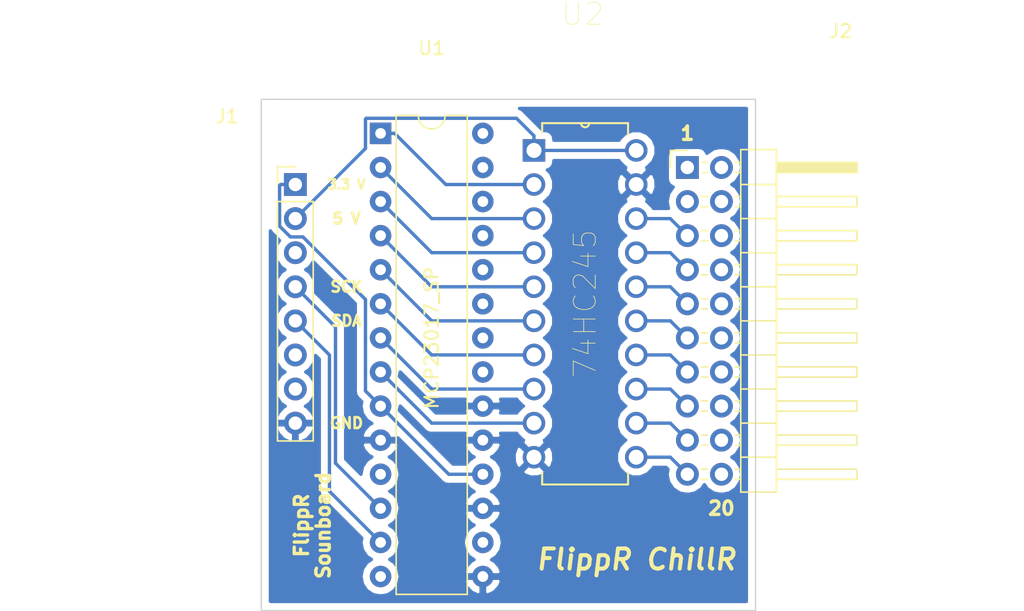
<source format=kicad_pcb>
(kicad_pcb (version 20171130) (host pcbnew 5.0.2-bee76a0~70~ubuntu18.04.1)

  (general
    (thickness 1.6)
    (drawings 15)
    (tracks 59)
    (zones 0)
    (modules 4)
    (nets 47)
  )

  (page A4)
  (layers
    (0 F.Cu signal)
    (31 B.Cu signal)
    (33 F.Adhes user)
    (35 F.Paste user)
    (37 F.SilkS user)
    (39 F.Mask user)
    (40 Dwgs.User user)
    (41 Cmts.User user)
    (42 Eco1.User user)
    (43 Eco2.User user)
    (44 Edge.Cuts user)
    (45 Margin user)
    (46 B.CrtYd user)
    (47 F.CrtYd user)
    (49 F.Fab user)
  )

  (setup
    (last_trace_width 0.25)
    (trace_clearance 0.2)
    (zone_clearance 0.508)
    (zone_45_only no)
    (trace_min 0.2)
    (segment_width 0.2)
    (edge_width 0.1)
    (via_size 0.8)
    (via_drill 0.4)
    (via_min_size 0.4)
    (via_min_drill 0.3)
    (uvia_size 0.3)
    (uvia_drill 0.1)
    (uvias_allowed no)
    (uvia_min_size 0.2)
    (uvia_min_drill 0.1)
    (pcb_text_width 0.3)
    (pcb_text_size 1.5 1.5)
    (mod_edge_width 0.15)
    (mod_text_size 1 1)
    (mod_text_width 0.15)
    (pad_size 1.5 1.5)
    (pad_drill 0.6)
    (pad_to_mask_clearance 0)
    (solder_mask_min_width 0.25)
    (aux_axis_origin 0 0)
    (visible_elements FFFFFF7F)
    (pcbplotparams
      (layerselection 0x010fc_ffffffff)
      (usegerberextensions false)
      (usegerberattributes false)
      (usegerberadvancedattributes false)
      (creategerberjobfile false)
      (excludeedgelayer true)
      (linewidth 0.100000)
      (plotframeref false)
      (viasonmask false)
      (mode 1)
      (useauxorigin false)
      (hpglpennumber 1)
      (hpglpenspeed 20)
      (hpglpendiameter 15.000000)
      (psnegative false)
      (psa4output false)
      (plotreference true)
      (plotvalue true)
      (plotinvisibletext false)
      (padsonsilk false)
      (subtractmaskfromsilk false)
      (outputformat 1)
      (mirror false)
      (drillshape 1)
      (scaleselection 1)
      (outputdirectory ""))
  )

  (net 0 "")
  (net 1 "Net-(U1-Pad1)")
  (net 2 GND)
  (net 3 "Net-(U1-Pad2)")
  (net 4 +3V3)
  (net 5 "Net-(U1-Pad3)")
  (net 6 "Net-(U1-Pad4)")
  (net 7 "Net-(U1-Pad5)")
  (net 8 "Net-(U1-Pad6)")
  (net 9 "Net-(U1-Pad7)")
  (net 10 "Net-(U1-Pad21)")
  (net 11 "Net-(U1-Pad8)")
  (net 12 "Net-(U1-Pad22)")
  (net 13 "Net-(U1-Pad23)")
  (net 14 "Net-(U1-Pad24)")
  (net 15 "Net-(U1-Pad11)")
  (net 16 "Net-(U1-Pad25)")
  (net 17 "Net-(U1-Pad26)")
  (net 18 /SDA)
  (net 19 "Net-(U1-Pad27)")
  (net 20 "Net-(U1-Pad14)")
  (net 21 "Net-(U1-Pad28)")
  (net 22 +5V)
  (net 23 "Net-(J2-Pad6)")
  (net 24 "Net-(J2-Pad8)")
  (net 25 "Net-(J2-Pad10)")
  (net 26 "Net-(J2-Pad12)")
  (net 27 "Net-(J2-Pad14)")
  (net 28 "Net-(J2-Pad16)")
  (net 29 "Net-(J2-Pad18)")
  (net 30 "Net-(J2-Pad20)")
  (net 31 "Net-(J2-Pad1)")
  (net 32 "Net-(J2-Pad2)")
  (net 33 "Net-(J2-Pad3)")
  (net 34 "Net-(J2-Pad4)")
  (net 35 "Net-(J2-Pad5)")
  (net 36 "Net-(J2-Pad7)")
  (net 37 "Net-(J2-Pad9)")
  (net 38 "Net-(J2-Pad11)")
  (net 39 "Net-(J2-Pad13)")
  (net 40 "Net-(J2-Pad17)")
  (net 41 "Net-(J2-Pad19)")
  (net 42 "Net-(J1-Pad3)")
  (net 43 "Net-(J1-Pad6)")
  (net 44 "Net-(J1-Pad7)")
  (net 45 /SCL)
  (net 46 /IRQ)

  (net_class Default "This is the default net class."
    (clearance 0.2)
    (trace_width 0.25)
    (via_dia 0.8)
    (via_drill 0.4)
    (uvia_dia 0.3)
    (uvia_drill 0.1)
    (add_net +3V3)
    (add_net +5V)
    (add_net /IRQ)
    (add_net /SCL)
    (add_net /SDA)
    (add_net GND)
    (add_net "Net-(J1-Pad3)")
    (add_net "Net-(J1-Pad6)")
    (add_net "Net-(J1-Pad7)")
    (add_net "Net-(J2-Pad1)")
    (add_net "Net-(J2-Pad10)")
    (add_net "Net-(J2-Pad11)")
    (add_net "Net-(J2-Pad12)")
    (add_net "Net-(J2-Pad13)")
    (add_net "Net-(J2-Pad14)")
    (add_net "Net-(J2-Pad16)")
    (add_net "Net-(J2-Pad17)")
    (add_net "Net-(J2-Pad18)")
    (add_net "Net-(J2-Pad19)")
    (add_net "Net-(J2-Pad2)")
    (add_net "Net-(J2-Pad20)")
    (add_net "Net-(J2-Pad3)")
    (add_net "Net-(J2-Pad4)")
    (add_net "Net-(J2-Pad5)")
    (add_net "Net-(J2-Pad6)")
    (add_net "Net-(J2-Pad7)")
    (add_net "Net-(J2-Pad8)")
    (add_net "Net-(J2-Pad9)")
    (add_net "Net-(U1-Pad1)")
    (add_net "Net-(U1-Pad11)")
    (add_net "Net-(U1-Pad14)")
    (add_net "Net-(U1-Pad2)")
    (add_net "Net-(U1-Pad21)")
    (add_net "Net-(U1-Pad22)")
    (add_net "Net-(U1-Pad23)")
    (add_net "Net-(U1-Pad24)")
    (add_net "Net-(U1-Pad25)")
    (add_net "Net-(U1-Pad26)")
    (add_net "Net-(U1-Pad27)")
    (add_net "Net-(U1-Pad28)")
    (add_net "Net-(U1-Pad3)")
    (add_net "Net-(U1-Pad4)")
    (add_net "Net-(U1-Pad5)")
    (add_net "Net-(U1-Pad6)")
    (add_net "Net-(U1-Pad7)")
    (add_net "Net-(U1-Pad8)")
  )

  (module Connector_PinHeader_2.54mm:PinHeader_1x08_P2.54mm_Vertical (layer F.Cu) (tedit 59FED5CC) (tstamp 5C5C22AC)
    (at 93.98 43.18)
    (descr "Through hole straight pin header, 1x08, 2.54mm pitch, single row")
    (tags "Through hole pin header THT 1x08 2.54mm single row")
    (path /5C4A1DD0)
    (fp_text reference J1 (at -5.08 -5.08) (layer F.SilkS)
      (effects (font (size 1 1) (thickness 0.15)))
    )
    (fp_text value Conn_01x08_Male (at -15.24 21.59) (layer F.Fab)
      (effects (font (size 1 1) (thickness 0.15)))
    )
    (fp_line (start -0.635 -1.27) (end 1.27 -1.27) (layer F.Fab) (width 0.1))
    (fp_line (start 1.27 -1.27) (end 1.27 19.05) (layer F.Fab) (width 0.1))
    (fp_line (start 1.27 19.05) (end -1.27 19.05) (layer F.Fab) (width 0.1))
    (fp_line (start -1.27 19.05) (end -1.27 -0.635) (layer F.Fab) (width 0.1))
    (fp_line (start -1.27 -0.635) (end -0.635 -1.27) (layer F.Fab) (width 0.1))
    (fp_line (start -1.33 19.11) (end 1.33 19.11) (layer F.SilkS) (width 0.12))
    (fp_line (start -1.33 1.27) (end -1.33 19.11) (layer F.SilkS) (width 0.12))
    (fp_line (start 1.33 1.27) (end 1.33 19.11) (layer F.SilkS) (width 0.12))
    (fp_line (start -1.33 1.27) (end 1.33 1.27) (layer F.SilkS) (width 0.12))
    (fp_line (start -1.33 0) (end -1.33 -1.33) (layer F.SilkS) (width 0.12))
    (fp_line (start -1.33 -1.33) (end 0 -1.33) (layer F.SilkS) (width 0.12))
    (fp_line (start -1.8 -1.8) (end -1.8 19.55) (layer F.CrtYd) (width 0.05))
    (fp_line (start -1.8 19.55) (end 1.8 19.55) (layer F.CrtYd) (width 0.05))
    (fp_line (start 1.8 19.55) (end 1.8 -1.8) (layer F.CrtYd) (width 0.05))
    (fp_line (start 1.8 -1.8) (end -1.8 -1.8) (layer F.CrtYd) (width 0.05))
    (fp_text user %R (at 0 8.89 90) (layer F.Fab)
      (effects (font (size 1 1) (thickness 0.15)))
    )
    (pad 1 thru_hole rect (at 0 0) (size 1.7 1.7) (drill 1) (layers *.Cu *.Mask)
      (net 4 +3V3))
    (pad 2 thru_hole oval (at 0 2.54) (size 1.7 1.7) (drill 1) (layers *.Cu *.Mask)
      (net 22 +5V))
    (pad 3 thru_hole oval (at 0 5.08) (size 1.7 1.7) (drill 1) (layers *.Cu *.Mask)
      (net 42 "Net-(J1-Pad3)"))
    (pad 4 thru_hole oval (at 0 7.62) (size 1.7 1.7) (drill 1) (layers *.Cu *.Mask)
      (net 45 /SCL))
    (pad 5 thru_hole oval (at 0 10.16) (size 1.7 1.7) (drill 1) (layers *.Cu *.Mask)
      (net 18 /SDA))
    (pad 6 thru_hole oval (at 0 12.7) (size 1.7 1.7) (drill 1) (layers *.Cu *.Mask)
      (net 43 "Net-(J1-Pad6)"))
    (pad 7 thru_hole oval (at 0 15.24) (size 1.7 1.7) (drill 1) (layers *.Cu *.Mask)
      (net 44 "Net-(J1-Pad7)"))
    (pad 8 thru_hole oval (at 0 17.78) (size 1.7 1.7) (drill 1) (layers *.Cu *.Mask)
      (net 2 GND))
    (model ${KISYS3DMOD}/Connector_PinHeader_2.54mm.3dshapes/PinHeader_1x08_P2.54mm_Vertical.wrl
      (at (xyz 0 0 0))
      (scale (xyz 1 1 1))
      (rotate (xyz 0 0 0))
    )
  )

  (module Connector_PinHeader_2.54mm:PinHeader_2x10_P2.54mm_Horizontal (layer F.Cu) (tedit 59FED5CB) (tstamp 5C5C2121)
    (at 123.19 41.91)
    (descr "Through hole angled pin header, 2x10, 2.54mm pitch, 6mm pin length, double rows")
    (tags "Through hole angled pin header THT 2x10 2.54mm double row")
    (path /5C4A3D78)
    (fp_text reference J2 (at 11.43 -10.16) (layer F.SilkS)
      (effects (font (size 1 1) (thickness 0.15)))
    )
    (fp_text value Conn_02x10_Odd_Even (at 16.51 29.21) (layer F.Fab)
      (effects (font (size 1 1) (thickness 0.15)))
    )
    (fp_line (start 4.675 -1.27) (end 6.58 -1.27) (layer F.Fab) (width 0.1))
    (fp_line (start 6.58 -1.27) (end 6.58 24.13) (layer F.Fab) (width 0.1))
    (fp_line (start 6.58 24.13) (end 4.04 24.13) (layer F.Fab) (width 0.1))
    (fp_line (start 4.04 24.13) (end 4.04 -0.635) (layer F.Fab) (width 0.1))
    (fp_line (start 4.04 -0.635) (end 4.675 -1.27) (layer F.Fab) (width 0.1))
    (fp_line (start -0.32 -0.32) (end 4.04 -0.32) (layer F.Fab) (width 0.1))
    (fp_line (start -0.32 -0.32) (end -0.32 0.32) (layer F.Fab) (width 0.1))
    (fp_line (start -0.32 0.32) (end 4.04 0.32) (layer F.Fab) (width 0.1))
    (fp_line (start 6.58 -0.32) (end 12.58 -0.32) (layer F.Fab) (width 0.1))
    (fp_line (start 12.58 -0.32) (end 12.58 0.32) (layer F.Fab) (width 0.1))
    (fp_line (start 6.58 0.32) (end 12.58 0.32) (layer F.Fab) (width 0.1))
    (fp_line (start -0.32 2.22) (end 4.04 2.22) (layer F.Fab) (width 0.1))
    (fp_line (start -0.32 2.22) (end -0.32 2.86) (layer F.Fab) (width 0.1))
    (fp_line (start -0.32 2.86) (end 4.04 2.86) (layer F.Fab) (width 0.1))
    (fp_line (start 6.58 2.22) (end 12.58 2.22) (layer F.Fab) (width 0.1))
    (fp_line (start 12.58 2.22) (end 12.58 2.86) (layer F.Fab) (width 0.1))
    (fp_line (start 6.58 2.86) (end 12.58 2.86) (layer F.Fab) (width 0.1))
    (fp_line (start -0.32 4.76) (end 4.04 4.76) (layer F.Fab) (width 0.1))
    (fp_line (start -0.32 4.76) (end -0.32 5.4) (layer F.Fab) (width 0.1))
    (fp_line (start -0.32 5.4) (end 4.04 5.4) (layer F.Fab) (width 0.1))
    (fp_line (start 6.58 4.76) (end 12.58 4.76) (layer F.Fab) (width 0.1))
    (fp_line (start 12.58 4.76) (end 12.58 5.4) (layer F.Fab) (width 0.1))
    (fp_line (start 6.58 5.4) (end 12.58 5.4) (layer F.Fab) (width 0.1))
    (fp_line (start -0.32 7.3) (end 4.04 7.3) (layer F.Fab) (width 0.1))
    (fp_line (start -0.32 7.3) (end -0.32 7.94) (layer F.Fab) (width 0.1))
    (fp_line (start -0.32 7.94) (end 4.04 7.94) (layer F.Fab) (width 0.1))
    (fp_line (start 6.58 7.3) (end 12.58 7.3) (layer F.Fab) (width 0.1))
    (fp_line (start 12.58 7.3) (end 12.58 7.94) (layer F.Fab) (width 0.1))
    (fp_line (start 6.58 7.94) (end 12.58 7.94) (layer F.Fab) (width 0.1))
    (fp_line (start -0.32 9.84) (end 4.04 9.84) (layer F.Fab) (width 0.1))
    (fp_line (start -0.32 9.84) (end -0.32 10.48) (layer F.Fab) (width 0.1))
    (fp_line (start -0.32 10.48) (end 4.04 10.48) (layer F.Fab) (width 0.1))
    (fp_line (start 6.58 9.84) (end 12.58 9.84) (layer F.Fab) (width 0.1))
    (fp_line (start 12.58 9.84) (end 12.58 10.48) (layer F.Fab) (width 0.1))
    (fp_line (start 6.58 10.48) (end 12.58 10.48) (layer F.Fab) (width 0.1))
    (fp_line (start -0.32 12.38) (end 4.04 12.38) (layer F.Fab) (width 0.1))
    (fp_line (start -0.32 12.38) (end -0.32 13.02) (layer F.Fab) (width 0.1))
    (fp_line (start -0.32 13.02) (end 4.04 13.02) (layer F.Fab) (width 0.1))
    (fp_line (start 6.58 12.38) (end 12.58 12.38) (layer F.Fab) (width 0.1))
    (fp_line (start 12.58 12.38) (end 12.58 13.02) (layer F.Fab) (width 0.1))
    (fp_line (start 6.58 13.02) (end 12.58 13.02) (layer F.Fab) (width 0.1))
    (fp_line (start -0.32 14.92) (end 4.04 14.92) (layer F.Fab) (width 0.1))
    (fp_line (start -0.32 14.92) (end -0.32 15.56) (layer F.Fab) (width 0.1))
    (fp_line (start -0.32 15.56) (end 4.04 15.56) (layer F.Fab) (width 0.1))
    (fp_line (start 6.58 14.92) (end 12.58 14.92) (layer F.Fab) (width 0.1))
    (fp_line (start 12.58 14.92) (end 12.58 15.56) (layer F.Fab) (width 0.1))
    (fp_line (start 6.58 15.56) (end 12.58 15.56) (layer F.Fab) (width 0.1))
    (fp_line (start -0.32 17.46) (end 4.04 17.46) (layer F.Fab) (width 0.1))
    (fp_line (start -0.32 17.46) (end -0.32 18.1) (layer F.Fab) (width 0.1))
    (fp_line (start -0.32 18.1) (end 4.04 18.1) (layer F.Fab) (width 0.1))
    (fp_line (start 6.58 17.46) (end 12.58 17.46) (layer F.Fab) (width 0.1))
    (fp_line (start 12.58 17.46) (end 12.58 18.1) (layer F.Fab) (width 0.1))
    (fp_line (start 6.58 18.1) (end 12.58 18.1) (layer F.Fab) (width 0.1))
    (fp_line (start -0.32 20) (end 4.04 20) (layer F.Fab) (width 0.1))
    (fp_line (start -0.32 20) (end -0.32 20.64) (layer F.Fab) (width 0.1))
    (fp_line (start -0.32 20.64) (end 4.04 20.64) (layer F.Fab) (width 0.1))
    (fp_line (start 6.58 20) (end 12.58 20) (layer F.Fab) (width 0.1))
    (fp_line (start 12.58 20) (end 12.58 20.64) (layer F.Fab) (width 0.1))
    (fp_line (start 6.58 20.64) (end 12.58 20.64) (layer F.Fab) (width 0.1))
    (fp_line (start -0.32 22.54) (end 4.04 22.54) (layer F.Fab) (width 0.1))
    (fp_line (start -0.32 22.54) (end -0.32 23.18) (layer F.Fab) (width 0.1))
    (fp_line (start -0.32 23.18) (end 4.04 23.18) (layer F.Fab) (width 0.1))
    (fp_line (start 6.58 22.54) (end 12.58 22.54) (layer F.Fab) (width 0.1))
    (fp_line (start 12.58 22.54) (end 12.58 23.18) (layer F.Fab) (width 0.1))
    (fp_line (start 6.58 23.18) (end 12.58 23.18) (layer F.Fab) (width 0.1))
    (fp_line (start 3.98 -1.33) (end 3.98 24.19) (layer F.SilkS) (width 0.12))
    (fp_line (start 3.98 24.19) (end 6.64 24.19) (layer F.SilkS) (width 0.12))
    (fp_line (start 6.64 24.19) (end 6.64 -1.33) (layer F.SilkS) (width 0.12))
    (fp_line (start 6.64 -1.33) (end 3.98 -1.33) (layer F.SilkS) (width 0.12))
    (fp_line (start 6.64 -0.38) (end 12.64 -0.38) (layer F.SilkS) (width 0.12))
    (fp_line (start 12.64 -0.38) (end 12.64 0.38) (layer F.SilkS) (width 0.12))
    (fp_line (start 12.64 0.38) (end 6.64 0.38) (layer F.SilkS) (width 0.12))
    (fp_line (start 6.64 -0.32) (end 12.64 -0.32) (layer F.SilkS) (width 0.12))
    (fp_line (start 6.64 -0.2) (end 12.64 -0.2) (layer F.SilkS) (width 0.12))
    (fp_line (start 6.64 -0.08) (end 12.64 -0.08) (layer F.SilkS) (width 0.12))
    (fp_line (start 6.64 0.04) (end 12.64 0.04) (layer F.SilkS) (width 0.12))
    (fp_line (start 6.64 0.16) (end 12.64 0.16) (layer F.SilkS) (width 0.12))
    (fp_line (start 6.64 0.28) (end 12.64 0.28) (layer F.SilkS) (width 0.12))
    (fp_line (start 3.582929 -0.38) (end 3.98 -0.38) (layer F.SilkS) (width 0.12))
    (fp_line (start 3.582929 0.38) (end 3.98 0.38) (layer F.SilkS) (width 0.12))
    (fp_line (start 1.11 -0.38) (end 1.497071 -0.38) (layer F.SilkS) (width 0.12))
    (fp_line (start 1.11 0.38) (end 1.497071 0.38) (layer F.SilkS) (width 0.12))
    (fp_line (start 3.98 1.27) (end 6.64 1.27) (layer F.SilkS) (width 0.12))
    (fp_line (start 6.64 2.16) (end 12.64 2.16) (layer F.SilkS) (width 0.12))
    (fp_line (start 12.64 2.16) (end 12.64 2.92) (layer F.SilkS) (width 0.12))
    (fp_line (start 12.64 2.92) (end 6.64 2.92) (layer F.SilkS) (width 0.12))
    (fp_line (start 3.582929 2.16) (end 3.98 2.16) (layer F.SilkS) (width 0.12))
    (fp_line (start 3.582929 2.92) (end 3.98 2.92) (layer F.SilkS) (width 0.12))
    (fp_line (start 1.042929 2.16) (end 1.497071 2.16) (layer F.SilkS) (width 0.12))
    (fp_line (start 1.042929 2.92) (end 1.497071 2.92) (layer F.SilkS) (width 0.12))
    (fp_line (start 3.98 3.81) (end 6.64 3.81) (layer F.SilkS) (width 0.12))
    (fp_line (start 6.64 4.7) (end 12.64 4.7) (layer F.SilkS) (width 0.12))
    (fp_line (start 12.64 4.7) (end 12.64 5.46) (layer F.SilkS) (width 0.12))
    (fp_line (start 12.64 5.46) (end 6.64 5.46) (layer F.SilkS) (width 0.12))
    (fp_line (start 3.582929 4.7) (end 3.98 4.7) (layer F.SilkS) (width 0.12))
    (fp_line (start 3.582929 5.46) (end 3.98 5.46) (layer F.SilkS) (width 0.12))
    (fp_line (start 1.042929 4.7) (end 1.497071 4.7) (layer F.SilkS) (width 0.12))
    (fp_line (start 1.042929 5.46) (end 1.497071 5.46) (layer F.SilkS) (width 0.12))
    (fp_line (start 3.98 6.35) (end 6.64 6.35) (layer F.SilkS) (width 0.12))
    (fp_line (start 6.64 7.24) (end 12.64 7.24) (layer F.SilkS) (width 0.12))
    (fp_line (start 12.64 7.24) (end 12.64 8) (layer F.SilkS) (width 0.12))
    (fp_line (start 12.64 8) (end 6.64 8) (layer F.SilkS) (width 0.12))
    (fp_line (start 3.582929 7.24) (end 3.98 7.24) (layer F.SilkS) (width 0.12))
    (fp_line (start 3.582929 8) (end 3.98 8) (layer F.SilkS) (width 0.12))
    (fp_line (start 1.042929 7.24) (end 1.497071 7.24) (layer F.SilkS) (width 0.12))
    (fp_line (start 1.042929 8) (end 1.497071 8) (layer F.SilkS) (width 0.12))
    (fp_line (start 3.98 8.89) (end 6.64 8.89) (layer F.SilkS) (width 0.12))
    (fp_line (start 6.64 9.78) (end 12.64 9.78) (layer F.SilkS) (width 0.12))
    (fp_line (start 12.64 9.78) (end 12.64 10.54) (layer F.SilkS) (width 0.12))
    (fp_line (start 12.64 10.54) (end 6.64 10.54) (layer F.SilkS) (width 0.12))
    (fp_line (start 3.582929 9.78) (end 3.98 9.78) (layer F.SilkS) (width 0.12))
    (fp_line (start 3.582929 10.54) (end 3.98 10.54) (layer F.SilkS) (width 0.12))
    (fp_line (start 1.042929 9.78) (end 1.497071 9.78) (layer F.SilkS) (width 0.12))
    (fp_line (start 1.042929 10.54) (end 1.497071 10.54) (layer F.SilkS) (width 0.12))
    (fp_line (start 3.98 11.43) (end 6.64 11.43) (layer F.SilkS) (width 0.12))
    (fp_line (start 6.64 12.32) (end 12.64 12.32) (layer F.SilkS) (width 0.12))
    (fp_line (start 12.64 12.32) (end 12.64 13.08) (layer F.SilkS) (width 0.12))
    (fp_line (start 12.64 13.08) (end 6.64 13.08) (layer F.SilkS) (width 0.12))
    (fp_line (start 3.582929 12.32) (end 3.98 12.32) (layer F.SilkS) (width 0.12))
    (fp_line (start 3.582929 13.08) (end 3.98 13.08) (layer F.SilkS) (width 0.12))
    (fp_line (start 1.042929 12.32) (end 1.497071 12.32) (layer F.SilkS) (width 0.12))
    (fp_line (start 1.042929 13.08) (end 1.497071 13.08) (layer F.SilkS) (width 0.12))
    (fp_line (start 3.98 13.97) (end 6.64 13.97) (layer F.SilkS) (width 0.12))
    (fp_line (start 6.64 14.86) (end 12.64 14.86) (layer F.SilkS) (width 0.12))
    (fp_line (start 12.64 14.86) (end 12.64 15.62) (layer F.SilkS) (width 0.12))
    (fp_line (start 12.64 15.62) (end 6.64 15.62) (layer F.SilkS) (width 0.12))
    (fp_line (start 3.582929 14.86) (end 3.98 14.86) (layer F.SilkS) (width 0.12))
    (fp_line (start 3.582929 15.62) (end 3.98 15.62) (layer F.SilkS) (width 0.12))
    (fp_line (start 1.042929 14.86) (end 1.497071 14.86) (layer F.SilkS) (width 0.12))
    (fp_line (start 1.042929 15.62) (end 1.497071 15.62) (layer F.SilkS) (width 0.12))
    (fp_line (start 3.98 16.51) (end 6.64 16.51) (layer F.SilkS) (width 0.12))
    (fp_line (start 6.64 17.4) (end 12.64 17.4) (layer F.SilkS) (width 0.12))
    (fp_line (start 12.64 17.4) (end 12.64 18.16) (layer F.SilkS) (width 0.12))
    (fp_line (start 12.64 18.16) (end 6.64 18.16) (layer F.SilkS) (width 0.12))
    (fp_line (start 3.582929 17.4) (end 3.98 17.4) (layer F.SilkS) (width 0.12))
    (fp_line (start 3.582929 18.16) (end 3.98 18.16) (layer F.SilkS) (width 0.12))
    (fp_line (start 1.042929 17.4) (end 1.497071 17.4) (layer F.SilkS) (width 0.12))
    (fp_line (start 1.042929 18.16) (end 1.497071 18.16) (layer F.SilkS) (width 0.12))
    (fp_line (start 3.98 19.05) (end 6.64 19.05) (layer F.SilkS) (width 0.12))
    (fp_line (start 6.64 19.94) (end 12.64 19.94) (layer F.SilkS) (width 0.12))
    (fp_line (start 12.64 19.94) (end 12.64 20.7) (layer F.SilkS) (width 0.12))
    (fp_line (start 12.64 20.7) (end 6.64 20.7) (layer F.SilkS) (width 0.12))
    (fp_line (start 3.582929 19.94) (end 3.98 19.94) (layer F.SilkS) (width 0.12))
    (fp_line (start 3.582929 20.7) (end 3.98 20.7) (layer F.SilkS) (width 0.12))
    (fp_line (start 1.042929 19.94) (end 1.497071 19.94) (layer F.SilkS) (width 0.12))
    (fp_line (start 1.042929 20.7) (end 1.497071 20.7) (layer F.SilkS) (width 0.12))
    (fp_line (start 3.98 21.59) (end 6.64 21.59) (layer F.SilkS) (width 0.12))
    (fp_line (start 6.64 22.48) (end 12.64 22.48) (layer F.SilkS) (width 0.12))
    (fp_line (start 12.64 22.48) (end 12.64 23.24) (layer F.SilkS) (width 0.12))
    (fp_line (start 12.64 23.24) (end 6.64 23.24) (layer F.SilkS) (width 0.12))
    (fp_line (start 3.582929 22.48) (end 3.98 22.48) (layer F.SilkS) (width 0.12))
    (fp_line (start 3.582929 23.24) (end 3.98 23.24) (layer F.SilkS) (width 0.12))
    (fp_line (start 1.042929 22.48) (end 1.497071 22.48) (layer F.SilkS) (width 0.12))
    (fp_line (start 1.042929 23.24) (end 1.497071 23.24) (layer F.SilkS) (width 0.12))
    (fp_line (start -1.27 0) (end -1.27 -1.27) (layer F.SilkS) (width 0.12))
    (fp_line (start -1.27 -1.27) (end 0 -1.27) (layer F.SilkS) (width 0.12))
    (fp_line (start -1.8 -1.8) (end -1.8 24.65) (layer F.CrtYd) (width 0.05))
    (fp_line (start -1.8 24.65) (end 13.1 24.65) (layer F.CrtYd) (width 0.05))
    (fp_line (start 13.1 24.65) (end 13.1 -1.8) (layer F.CrtYd) (width 0.05))
    (fp_line (start 13.1 -1.8) (end -1.8 -1.8) (layer F.CrtYd) (width 0.05))
    (fp_text user %R (at 5.31 11.43 90) (layer F.Fab)
      (effects (font (size 1 1) (thickness 0.15)))
    )
    (pad 1 thru_hole rect (at 0 0) (size 1.7 1.7) (drill 1) (layers *.Cu *.Mask)
      (net 31 "Net-(J2-Pad1)"))
    (pad 2 thru_hole oval (at 2.54 0) (size 1.7 1.7) (drill 1) (layers *.Cu *.Mask)
      (net 32 "Net-(J2-Pad2)"))
    (pad 3 thru_hole oval (at 0 2.54) (size 1.7 1.7) (drill 1) (layers *.Cu *.Mask)
      (net 33 "Net-(J2-Pad3)"))
    (pad 4 thru_hole oval (at 2.54 2.54) (size 1.7 1.7) (drill 1) (layers *.Cu *.Mask)
      (net 34 "Net-(J2-Pad4)"))
    (pad 5 thru_hole oval (at 0 5.08) (size 1.7 1.7) (drill 1) (layers *.Cu *.Mask)
      (net 35 "Net-(J2-Pad5)"))
    (pad 6 thru_hole oval (at 2.54 5.08) (size 1.7 1.7) (drill 1) (layers *.Cu *.Mask)
      (net 23 "Net-(J2-Pad6)"))
    (pad 7 thru_hole oval (at 0 7.62) (size 1.7 1.7) (drill 1) (layers *.Cu *.Mask)
      (net 36 "Net-(J2-Pad7)"))
    (pad 8 thru_hole oval (at 2.54 7.62) (size 1.7 1.7) (drill 1) (layers *.Cu *.Mask)
      (net 24 "Net-(J2-Pad8)"))
    (pad 9 thru_hole oval (at 0 10.16) (size 1.7 1.7) (drill 1) (layers *.Cu *.Mask)
      (net 37 "Net-(J2-Pad9)"))
    (pad 10 thru_hole oval (at 2.54 10.16) (size 1.7 1.7) (drill 1) (layers *.Cu *.Mask)
      (net 25 "Net-(J2-Pad10)"))
    (pad 11 thru_hole oval (at 0 12.7) (size 1.7 1.7) (drill 1) (layers *.Cu *.Mask)
      (net 38 "Net-(J2-Pad11)"))
    (pad 12 thru_hole oval (at 2.54 12.7) (size 1.7 1.7) (drill 1) (layers *.Cu *.Mask)
      (net 26 "Net-(J2-Pad12)"))
    (pad 13 thru_hole oval (at 0 15.24) (size 1.7 1.7) (drill 1) (layers *.Cu *.Mask)
      (net 39 "Net-(J2-Pad13)"))
    (pad 14 thru_hole oval (at 2.54 15.24) (size 1.7 1.7) (drill 1) (layers *.Cu *.Mask)
      (net 27 "Net-(J2-Pad14)"))
    (pad 15 thru_hole oval (at 0 17.78) (size 1.7 1.7) (drill 1) (layers *.Cu *.Mask)
      (net 46 /IRQ))
    (pad 16 thru_hole oval (at 2.54 17.78) (size 1.7 1.7) (drill 1) (layers *.Cu *.Mask)
      (net 28 "Net-(J2-Pad16)"))
    (pad 17 thru_hole oval (at 0 20.32) (size 1.7 1.7) (drill 1) (layers *.Cu *.Mask)
      (net 40 "Net-(J2-Pad17)"))
    (pad 18 thru_hole oval (at 2.54 20.32) (size 1.7 1.7) (drill 1) (layers *.Cu *.Mask)
      (net 29 "Net-(J2-Pad18)"))
    (pad 19 thru_hole oval (at 0 22.86) (size 1.7 1.7) (drill 1) (layers *.Cu *.Mask)
      (net 41 "Net-(J2-Pad19)"))
    (pad 20 thru_hole oval (at 2.54 22.86) (size 1.7 1.7) (drill 1) (layers *.Cu *.Mask)
      (net 30 "Net-(J2-Pad20)"))
    (model ${KISYS3DMOD}/Connector_PinHeader_2.54mm.3dshapes/PinHeader_2x10_P2.54mm_Horizontal.wrl
      (at (xyz 0 0 0))
      (scale (xyz 1 1 1))
      (rotate (xyz 0 0 0))
    )
  )

  (module Package_DIP:DIP-28_W7.62mm (layer F.Cu) (tedit 5C5C0B3C) (tstamp 5C5C200B)
    (at 100.33 39.37)
    (descr "28-lead though-hole mounted DIP package, row spacing 7.62 mm (300 mils)")
    (tags "THT DIP DIL PDIP 2.54mm 7.62mm 300mil")
    (path /5C4A2167)
    (fp_text reference U1 (at 3.81 -6.35) (layer F.SilkS)
      (effects (font (size 1 1) (thickness 0.15)))
    )
    (fp_text value MCP23017_SP (at 3.81 15.24 90) (layer F.SilkS)
      (effects (font (size 1 1) (thickness 0.15)))
    )
    (fp_arc (start 3.81 -1.33) (end 2.81 -1.33) (angle -180) (layer F.SilkS) (width 0.12))
    (fp_line (start 1.635 -1.27) (end 6.985 -1.27) (layer F.Fab) (width 0.1))
    (fp_line (start 6.985 -1.27) (end 6.985 34.29) (layer F.Fab) (width 0.1))
    (fp_line (start 6.985 34.29) (end 0.635 34.29) (layer F.Fab) (width 0.1))
    (fp_line (start 0.635 34.29) (end 0.635 -0.27) (layer F.Fab) (width 0.1))
    (fp_line (start 0.635 -0.27) (end 1.635 -1.27) (layer F.Fab) (width 0.1))
    (fp_line (start 2.81 -1.33) (end 1.16 -1.33) (layer F.SilkS) (width 0.12))
    (fp_line (start 1.16 -1.33) (end 1.16 34.35) (layer F.SilkS) (width 0.12))
    (fp_line (start 1.16 34.35) (end 6.46 34.35) (layer F.SilkS) (width 0.12))
    (fp_line (start 6.46 34.35) (end 6.46 -1.33) (layer F.SilkS) (width 0.12))
    (fp_line (start 6.46 -1.33) (end 4.81 -1.33) (layer F.SilkS) (width 0.12))
    (fp_line (start -1.1 -1.55) (end -1.1 34.55) (layer F.CrtYd) (width 0.05))
    (fp_line (start -1.1 34.55) (end 8.7 34.55) (layer F.CrtYd) (width 0.05))
    (fp_line (start 8.7 34.55) (end 8.7 -1.55) (layer F.CrtYd) (width 0.05))
    (fp_line (start 8.7 -1.55) (end -1.1 -1.55) (layer F.CrtYd) (width 0.05))
    (fp_text user %R (at -5.08 -8.89) (layer F.Fab)
      (effects (font (size 1 1) (thickness 0.15)))
    )
    (pad 1 thru_hole rect (at 0 0) (size 1.6 1.6) (drill 0.8) (layers *.Cu *.Mask)
      (net 1 "Net-(U1-Pad1)"))
    (pad 15 thru_hole oval (at 7.62 33.02) (size 1.6 1.6) (drill 0.8) (layers *.Cu *.Mask)
      (net 2 GND))
    (pad 2 thru_hole oval (at 0 2.54) (size 1.6 1.6) (drill 0.8) (layers *.Cu *.Mask)
      (net 3 "Net-(U1-Pad2)"))
    (pad 16 thru_hole oval (at 7.62 30.48) (size 1.6 1.6) (drill 0.8) (layers *.Cu *.Mask)
      (net 4 +3V3))
    (pad 3 thru_hole oval (at 0 5.08) (size 1.6 1.6) (drill 0.8) (layers *.Cu *.Mask)
      (net 5 "Net-(U1-Pad3)"))
    (pad 17 thru_hole oval (at 7.62 27.94) (size 1.6 1.6) (drill 0.8) (layers *.Cu *.Mask)
      (net 2 GND))
    (pad 4 thru_hole oval (at 0 7.62) (size 1.6 1.6) (drill 0.8) (layers *.Cu *.Mask)
      (net 6 "Net-(U1-Pad4)"))
    (pad 18 thru_hole oval (at 7.62 25.4) (size 1.6 1.6) (drill 0.8) (layers *.Cu *.Mask)
      (net 4 +3V3))
    (pad 5 thru_hole oval (at 0 10.16) (size 1.6 1.6) (drill 0.8) (layers *.Cu *.Mask)
      (net 7 "Net-(U1-Pad5)"))
    (pad 19 thru_hole oval (at 7.62 22.86) (size 1.6 1.6) (drill 0.8) (layers *.Cu *.Mask)
      (net 2 GND))
    (pad 6 thru_hole oval (at 0 12.7) (size 1.6 1.6) (drill 0.8) (layers *.Cu *.Mask)
      (net 8 "Net-(U1-Pad6)"))
    (pad 20 thru_hole oval (at 7.62 20.32) (size 1.6 1.6) (drill 0.8) (layers *.Cu *.Mask)
      (net 2 GND))
    (pad 7 thru_hole oval (at 0 15.24) (size 1.6 1.6) (drill 0.8) (layers *.Cu *.Mask)
      (net 9 "Net-(U1-Pad7)"))
    (pad 21 thru_hole oval (at 7.62 17.78) (size 1.6 1.6) (drill 0.8) (layers *.Cu *.Mask)
      (net 10 "Net-(U1-Pad21)"))
    (pad 8 thru_hole oval (at 0 17.78) (size 1.6 1.6) (drill 0.8) (layers *.Cu *.Mask)
      (net 11 "Net-(U1-Pad8)"))
    (pad 22 thru_hole oval (at 7.62 15.24) (size 1.6 1.6) (drill 0.8) (layers *.Cu *.Mask)
      (net 12 "Net-(U1-Pad22)"))
    (pad 9 thru_hole oval (at 0 20.32) (size 1.6 1.6) (drill 0.8) (layers *.Cu *.Mask)
      (net 4 +3V3))
    (pad 23 thru_hole oval (at 7.62 12.7) (size 1.6 1.6) (drill 0.8) (layers *.Cu *.Mask)
      (net 13 "Net-(U1-Pad23)"))
    (pad 10 thru_hole oval (at 0 22.86) (size 1.6 1.6) (drill 0.8) (layers *.Cu *.Mask)
      (net 2 GND))
    (pad 24 thru_hole oval (at 7.62 10.16) (size 1.6 1.6) (drill 0.8) (layers *.Cu *.Mask)
      (net 14 "Net-(U1-Pad24)"))
    (pad 11 thru_hole oval (at 0 25.4) (size 1.6 1.6) (drill 0.8) (layers *.Cu *.Mask)
      (net 15 "Net-(U1-Pad11)"))
    (pad 25 thru_hole oval (at 7.62 7.62) (size 1.6 1.6) (drill 0.8) (layers *.Cu *.Mask)
      (net 16 "Net-(U1-Pad25)"))
    (pad 12 thru_hole oval (at 0 27.94) (size 1.6 1.6) (drill 0.8) (layers *.Cu *.Mask)
      (net 45 /SCL))
    (pad 26 thru_hole oval (at 7.62 5.08) (size 1.6 1.6) (drill 0.8) (layers *.Cu *.Mask)
      (net 17 "Net-(U1-Pad26)"))
    (pad 13 thru_hole oval (at 0 30.48) (size 1.6 1.6) (drill 0.8) (layers *.Cu *.Mask)
      (net 18 /SDA))
    (pad 27 thru_hole oval (at 7.62 2.54) (size 1.6 1.6) (drill 0.8) (layers *.Cu *.Mask)
      (net 19 "Net-(U1-Pad27)"))
    (pad 14 thru_hole oval (at 0 33.02) (size 1.6 1.6) (drill 0.8) (layers *.Cu *.Mask)
      (net 20 "Net-(U1-Pad14)"))
    (pad 28 thru_hole oval (at 7.62 0) (size 1.6 1.6) (drill 0.8) (layers *.Cu *.Mask)
      (net 21 "Net-(U1-Pad28)"))
    (model ${KISYS3DMOD}/Package_DIP.3dshapes/DIP-28_W7.62mm.wrl
      (at (xyz 0 0 0))
      (scale (xyz 1 1 1))
      (rotate (xyz 0 0 0))
    )
  )

  (module 74HCT245N:DIP254P762X420-20 (layer F.Cu) (tedit 0) (tstamp 5C5C1EEE)
    (at 119.38 63.5)
    (path /5C4A240D)
    (fp_text reference U2 (at -3.99482 -33.02) (layer F.SilkS)
      (effects (font (size 1.64289 1.64289) (thickness 0.05)))
    )
    (fp_text value 74HC245 (at -3.81 -11.43 90) (layer F.SilkS)
      (effects (font (size 1.6412 1.6412) (thickness 0.05)))
    )
    (fp_line (start -0.6096 -24.0284) (end -0.6096 -24.892) (layer F.SilkS) (width 0.1524))
    (fp_line (start -7.0104 2.032) (end -0.6096 2.032) (layer F.SilkS) (width 0.1524))
    (fp_line (start -0.6096 2.032) (end -0.6096 1.1684) (layer F.SilkS) (width 0.1524))
    (fp_line (start -0.6096 -24.892) (end -3.5052 -24.892) (layer F.SilkS) (width 0.1524))
    (fp_line (start -3.5052 -24.892) (end -4.1148 -24.892) (layer F.SilkS) (width 0.1524))
    (fp_line (start -4.1148 -24.892) (end -7.0104 -24.892) (layer F.SilkS) (width 0.1524))
    (fp_line (start -7.0104 -24.892) (end -7.0104 -24.1808) (layer F.SilkS) (width 0.1524))
    (fp_line (start -7.0104 1.1684) (end -7.0104 2.032) (layer F.SilkS) (width 0.1524))
    (fp_arc (start -3.81 -24.892) (end -4.1148 -24.892) (angle -180) (layer F.SilkS) (width 0.1524))
    (fp_line (start -7.0104 -22.3012) (end -7.0104 -23.4188) (layer Dwgs.User) (width 0))
    (fp_line (start -7.0104 -23.4188) (end -8.1788 -23.4188) (layer Dwgs.User) (width 0))
    (fp_line (start -8.1788 -23.4188) (end -8.1788 -22.3012) (layer Dwgs.User) (width 0))
    (fp_line (start -8.1788 -22.3012) (end -7.0104 -22.3012) (layer Dwgs.User) (width 0))
    (fp_line (start -7.0104 -19.7612) (end -7.0104 -20.8788) (layer Dwgs.User) (width 0))
    (fp_line (start -7.0104 -20.8788) (end -8.1788 -20.8788) (layer Dwgs.User) (width 0))
    (fp_line (start -8.1788 -20.8788) (end -8.1788 -19.7612) (layer Dwgs.User) (width 0))
    (fp_line (start -8.1788 -19.7612) (end -7.0104 -19.7612) (layer Dwgs.User) (width 0))
    (fp_line (start -7.0104 -17.2212) (end -7.0104 -18.3388) (layer Dwgs.User) (width 0))
    (fp_line (start -7.0104 -18.3388) (end -8.1788 -18.3388) (layer Dwgs.User) (width 0))
    (fp_line (start -8.1788 -18.3388) (end -8.1788 -17.2212) (layer Dwgs.User) (width 0))
    (fp_line (start -8.1788 -17.2212) (end -7.0104 -17.2212) (layer Dwgs.User) (width 0))
    (fp_line (start -7.0104 -14.6812) (end -7.0104 -15.7988) (layer Dwgs.User) (width 0))
    (fp_line (start -7.0104 -15.7988) (end -8.1788 -15.7988) (layer Dwgs.User) (width 0))
    (fp_line (start -8.1788 -15.7988) (end -8.1788 -14.6812) (layer Dwgs.User) (width 0))
    (fp_line (start -8.1788 -14.6812) (end -7.0104 -14.6812) (layer Dwgs.User) (width 0))
    (fp_line (start -7.0104 -12.1412) (end -7.0104 -13.2588) (layer Dwgs.User) (width 0))
    (fp_line (start -7.0104 -13.2588) (end -8.1788 -13.2588) (layer Dwgs.User) (width 0))
    (fp_line (start -8.1788 -13.2588) (end -8.1788 -12.1412) (layer Dwgs.User) (width 0))
    (fp_line (start -8.1788 -12.1412) (end -7.0104 -12.1412) (layer Dwgs.User) (width 0))
    (fp_line (start -7.0104 -9.6012) (end -7.0104 -10.7188) (layer Dwgs.User) (width 0))
    (fp_line (start -7.0104 -10.7188) (end -8.1788 -10.7188) (layer Dwgs.User) (width 0))
    (fp_line (start -8.1788 -10.7188) (end -8.1788 -9.6012) (layer Dwgs.User) (width 0))
    (fp_line (start -8.1788 -9.6012) (end -7.0104 -9.6012) (layer Dwgs.User) (width 0))
    (fp_line (start -7.0104 -7.0612) (end -7.0104 -8.1788) (layer Dwgs.User) (width 0))
    (fp_line (start -7.0104 -8.1788) (end -8.1788 -8.1788) (layer Dwgs.User) (width 0))
    (fp_line (start -8.1788 -8.1788) (end -8.1788 -7.0612) (layer Dwgs.User) (width 0))
    (fp_line (start -8.1788 -7.0612) (end -7.0104 -7.0612) (layer Dwgs.User) (width 0))
    (fp_line (start -7.0104 -4.5212) (end -7.0104 -5.6388) (layer Dwgs.User) (width 0))
    (fp_line (start -7.0104 -5.6388) (end -8.1788 -5.6388) (layer Dwgs.User) (width 0))
    (fp_line (start -8.1788 -5.6388) (end -8.1788 -4.5212) (layer Dwgs.User) (width 0))
    (fp_line (start -8.1788 -4.5212) (end -7.0104 -4.5212) (layer Dwgs.User) (width 0))
    (fp_line (start -7.0104 -1.9812) (end -7.0104 -3.0988) (layer Dwgs.User) (width 0))
    (fp_line (start -7.0104 -3.0988) (end -8.1788 -3.0988) (layer Dwgs.User) (width 0))
    (fp_line (start -8.1788 -3.0988) (end -8.1788 -1.9812) (layer Dwgs.User) (width 0))
    (fp_line (start -8.1788 -1.9812) (end -7.0104 -1.9812) (layer Dwgs.User) (width 0))
    (fp_line (start -7.0104 0.5588) (end -7.0104 -0.5588) (layer Dwgs.User) (width 0))
    (fp_line (start -7.0104 -0.5588) (end -8.1788 -0.5588) (layer Dwgs.User) (width 0))
    (fp_line (start -8.1788 -0.5588) (end -8.1788 0.5588) (layer Dwgs.User) (width 0))
    (fp_line (start -8.1788 0.5588) (end -7.0104 0.5588) (layer Dwgs.User) (width 0))
    (fp_line (start -0.6096 -0.5588) (end -0.6096 0.5588) (layer Dwgs.User) (width 0))
    (fp_line (start -0.6096 0.5588) (end 0.5588 0.5588) (layer Dwgs.User) (width 0))
    (fp_line (start 0.5588 0.5588) (end 0.5588 -0.5588) (layer Dwgs.User) (width 0))
    (fp_line (start 0.5588 -0.5588) (end -0.6096 -0.5588) (layer Dwgs.User) (width 0))
    (fp_line (start -0.6096 -3.0988) (end -0.6096 -1.9812) (layer Dwgs.User) (width 0))
    (fp_line (start -0.6096 -1.9812) (end 0.5588 -1.9812) (layer Dwgs.User) (width 0))
    (fp_line (start 0.5588 -1.9812) (end 0.5588 -3.0988) (layer Dwgs.User) (width 0))
    (fp_line (start 0.5588 -3.0988) (end -0.6096 -3.0988) (layer Dwgs.User) (width 0))
    (fp_line (start -0.6096 -5.6388) (end -0.6096 -4.5212) (layer Dwgs.User) (width 0))
    (fp_line (start -0.6096 -4.5212) (end 0.5588 -4.5212) (layer Dwgs.User) (width 0))
    (fp_line (start 0.5588 -4.5212) (end 0.5588 -5.6388) (layer Dwgs.User) (width 0))
    (fp_line (start 0.5588 -5.6388) (end -0.6096 -5.6388) (layer Dwgs.User) (width 0))
    (fp_line (start -0.6096 -8.1788) (end -0.6096 -7.0612) (layer Dwgs.User) (width 0))
    (fp_line (start -0.6096 -7.0612) (end 0.5588 -7.0612) (layer Dwgs.User) (width 0))
    (fp_line (start 0.5588 -7.0612) (end 0.5588 -8.1788) (layer Dwgs.User) (width 0))
    (fp_line (start 0.5588 -8.1788) (end -0.6096 -8.1788) (layer Dwgs.User) (width 0))
    (fp_line (start -0.6096 -10.7188) (end -0.6096 -9.6012) (layer Dwgs.User) (width 0))
    (fp_line (start -0.6096 -9.6012) (end 0.5588 -9.6012) (layer Dwgs.User) (width 0))
    (fp_line (start 0.5588 -9.6012) (end 0.5588 -10.7188) (layer Dwgs.User) (width 0))
    (fp_line (start 0.5588 -10.7188) (end -0.6096 -10.7188) (layer Dwgs.User) (width 0))
    (fp_line (start -0.6096 -13.2588) (end -0.6096 -12.1412) (layer Dwgs.User) (width 0))
    (fp_line (start -0.6096 -12.1412) (end 0.5588 -12.1412) (layer Dwgs.User) (width 0))
    (fp_line (start 0.5588 -12.1412) (end 0.5588 -13.2588) (layer Dwgs.User) (width 0))
    (fp_line (start 0.5588 -13.2588) (end -0.6096 -13.2588) (layer Dwgs.User) (width 0))
    (fp_line (start -0.6096 -15.7988) (end -0.6096 -14.6812) (layer Dwgs.User) (width 0))
    (fp_line (start -0.6096 -14.6812) (end 0.5588 -14.6812) (layer Dwgs.User) (width 0))
    (fp_line (start 0.5588 -14.6812) (end 0.5588 -15.7988) (layer Dwgs.User) (width 0))
    (fp_line (start 0.5588 -15.7988) (end -0.6096 -15.7988) (layer Dwgs.User) (width 0))
    (fp_line (start -0.6096 -18.3388) (end -0.6096 -17.2212) (layer Dwgs.User) (width 0))
    (fp_line (start -0.6096 -17.2212) (end 0.5588 -17.2212) (layer Dwgs.User) (width 0))
    (fp_line (start 0.5588 -17.2212) (end 0.5588 -18.3388) (layer Dwgs.User) (width 0))
    (fp_line (start 0.5588 -18.3388) (end -0.6096 -18.3388) (layer Dwgs.User) (width 0))
    (fp_line (start -0.6096 -20.8788) (end -0.6096 -19.7612) (layer Dwgs.User) (width 0))
    (fp_line (start -0.6096 -19.7612) (end 0.5588 -19.7612) (layer Dwgs.User) (width 0))
    (fp_line (start 0.5588 -19.7612) (end 0.5588 -20.8788) (layer Dwgs.User) (width 0))
    (fp_line (start 0.5588 -20.8788) (end -0.6096 -20.8788) (layer Dwgs.User) (width 0))
    (fp_line (start -0.6096 -23.4188) (end -0.6096 -22.3012) (layer Dwgs.User) (width 0))
    (fp_line (start -0.6096 -22.3012) (end 0.5588 -22.3012) (layer Dwgs.User) (width 0))
    (fp_line (start 0.5588 -22.3012) (end 0.5588 -23.4188) (layer Dwgs.User) (width 0))
    (fp_line (start 0.5588 -23.4188) (end -0.6096 -23.4188) (layer Dwgs.User) (width 0))
    (fp_line (start -7.0104 2.032) (end -0.6096 2.032) (layer Dwgs.User) (width 0))
    (fp_line (start -0.6096 2.032) (end -0.6096 -24.892) (layer Dwgs.User) (width 0))
    (fp_line (start -0.6096 -24.892) (end -3.5052 -24.892) (layer Dwgs.User) (width 0))
    (fp_line (start -3.5052 -24.892) (end -4.1148 -24.892) (layer Dwgs.User) (width 0))
    (fp_line (start -4.1148 -24.892) (end -7.0104 -24.892) (layer Dwgs.User) (width 0))
    (fp_line (start -7.0104 -24.892) (end -7.0104 2.032) (layer Dwgs.User) (width 0))
    (fp_arc (start -3.81 -24.892) (end -4.1148 -24.892) (angle -180) (layer Dwgs.User) (width 0))
    (pad 1 thru_hole rect (at -7.62 -22.86) (size 1.6764 1.6764) (drill 1.1176) (layers *.Cu *.Mask)
      (net 22 +5V))
    (pad 2 thru_hole circle (at -7.62 -20.32) (size 1.6764 1.6764) (drill 1.1176) (layers *.Cu *.Mask)
      (net 1 "Net-(U1-Pad1)"))
    (pad 3 thru_hole circle (at -7.62 -17.78) (size 1.6764 1.6764) (drill 1.1176) (layers *.Cu *.Mask)
      (net 3 "Net-(U1-Pad2)"))
    (pad 4 thru_hole circle (at -7.62 -15.24) (size 1.6764 1.6764) (drill 1.1176) (layers *.Cu *.Mask)
      (net 5 "Net-(U1-Pad3)"))
    (pad 5 thru_hole circle (at -7.62 -12.7) (size 1.6764 1.6764) (drill 1.1176) (layers *.Cu *.Mask)
      (net 6 "Net-(U1-Pad4)"))
    (pad 6 thru_hole circle (at -7.62 -10.16) (size 1.6764 1.6764) (drill 1.1176) (layers *.Cu *.Mask)
      (net 7 "Net-(U1-Pad5)"))
    (pad 7 thru_hole circle (at -7.62 -7.62) (size 1.6764 1.6764) (drill 1.1176) (layers *.Cu *.Mask)
      (net 8 "Net-(U1-Pad6)"))
    (pad 8 thru_hole circle (at -7.62 -5.08) (size 1.6764 1.6764) (drill 1.1176) (layers *.Cu *.Mask)
      (net 9 "Net-(U1-Pad7)"))
    (pad 9 thru_hole circle (at -7.62 -2.54) (size 1.6764 1.6764) (drill 1.1176) (layers *.Cu *.Mask)
      (net 11 "Net-(U1-Pad8)"))
    (pad 10 thru_hole circle (at -7.62 0) (size 1.6764 1.6764) (drill 1.1176) (layers *.Cu *.Mask)
      (net 2 GND))
    (pad 11 thru_hole circle (at 0 0) (size 1.6764 1.6764) (drill 1.1176) (layers *.Cu *.Mask)
      (net 41 "Net-(J2-Pad19)"))
    (pad 12 thru_hole circle (at 0 -2.54) (size 1.6764 1.6764) (drill 1.1176) (layers *.Cu *.Mask)
      (net 40 "Net-(J2-Pad17)"))
    (pad 13 thru_hole circle (at 0 -5.08) (size 1.6764 1.6764) (drill 1.1176) (layers *.Cu *.Mask)
      (net 46 /IRQ))
    (pad 14 thru_hole circle (at 0 -7.62) (size 1.6764 1.6764) (drill 1.1176) (layers *.Cu *.Mask)
      (net 39 "Net-(J2-Pad13)"))
    (pad 15 thru_hole circle (at 0 -10.16) (size 1.6764 1.6764) (drill 1.1176) (layers *.Cu *.Mask)
      (net 38 "Net-(J2-Pad11)"))
    (pad 16 thru_hole circle (at 0 -12.7) (size 1.6764 1.6764) (drill 1.1176) (layers *.Cu *.Mask)
      (net 37 "Net-(J2-Pad9)"))
    (pad 17 thru_hole circle (at 0 -15.24) (size 1.6764 1.6764) (drill 1.1176) (layers *.Cu *.Mask)
      (net 36 "Net-(J2-Pad7)"))
    (pad 18 thru_hole circle (at 0 -17.78) (size 1.6764 1.6764) (drill 1.1176) (layers *.Cu *.Mask)
      (net 35 "Net-(J2-Pad5)"))
    (pad 19 thru_hole circle (at 0 -20.32) (size 1.6764 1.6764) (drill 1.1176) (layers *.Cu *.Mask)
      (net 2 GND))
    (pad 20 thru_hole circle (at 0 -22.86) (size 1.6764 1.6764) (drill 1.1176) (layers *.Cu *.Mask)
      (net 22 +5V))
  )

  (gr_text "FlippR ChillR" (at 119.38 71.12) (layer F.SilkS)
    (effects (font (size 1.5 1.5) (thickness 0.3) italic))
  )
  (gr_line (start 91.44 74.93) (end 92.71 74.93) (layer Edge.Cuts) (width 0.1))
  (gr_line (start 92.71 36.83) (end 91.44 36.83) (layer Edge.Cuts) (width 0.1))
  (gr_line (start 91.44 74.93) (end 91.44 36.83) (layer Edge.Cuts) (width 0.1))
  (gr_line (start 128.27 74.93) (end 92.71 74.93) (layer Edge.Cuts) (width 0.1))
  (gr_line (start 128.27 36.83) (end 128.27 74.93) (layer Edge.Cuts) (width 0.1))
  (gr_line (start 92.71 36.83) (end 128.27 36.83) (layer Edge.Cuts) (width 0.1))
  (gr_text "SDA\n" (at 97.79 53.34) (layer F.SilkS)
    (effects (font (size 0.8 0.8) (thickness 0.2)))
  )
  (gr_text "SCK\n" (at 97.79 50.8) (layer F.SilkS)
    (effects (font (size 0.8 0.8) (thickness 0.2)))
  )
  (gr_text "5 V\n" (at 97.79 45.72) (layer F.SilkS)
    (effects (font (size 0.8 0.8) (thickness 0.2)))
  )
  (gr_text "3.3 V" (at 97.79 43.18) (layer F.SilkS)
    (effects (font (size 0.7 0.7) (thickness 0.175)))
  )
  (gr_text "GND\n" (at 97.79 60.96) (layer F.SilkS)
    (effects (font (size 0.8 0.8) (thickness 0.2)))
  )
  (gr_text "20\n" (at 125.73 67.31) (layer F.SilkS)
    (effects (font (size 1 1) (thickness 0.25)))
  )
  (gr_text 1 (at 123.19 39.37) (layer F.SilkS)
    (effects (font (size 1 1) (thickness 0.25)))
  )
  (gr_text "FlippR\nSounboard" (at 95.25 68.58 90) (layer F.SilkS)
    (effects (font (size 1 1) (thickness 0.25)))
  )

  (segment (start 110.574607 43.18) (end 111.76 43.18) (width 0.25) (layer B.Cu) (net 1))
  (segment (start 101.38 39.37) (end 105.19 43.18) (width 0.25) (layer B.Cu) (net 1))
  (segment (start 105.19 43.18) (end 110.574607 43.18) (width 0.25) (layer B.Cu) (net 1))
  (segment (start 100.33 39.37) (end 101.38 39.37) (width 0.25) (layer B.Cu) (net 1))
  (segment (start 104.14 45.72) (end 111.76 45.72) (width 0.25) (layer B.Cu) (net 3))
  (segment (start 100.33 41.91) (end 104.14 45.72) (width 0.25) (layer B.Cu) (net 3))
  (segment (start 99.530001 58.890001) (end 100.33 59.69) (width 0.25) (layer B.Cu) (net 4))
  (segment (start 99.204999 58.564999) (end 99.530001 58.890001) (width 0.25) (layer B.Cu) (net 4))
  (segment (start 99.204999 51.745997) (end 99.204999 58.564999) (width 0.25) (layer B.Cu) (net 4))
  (segment (start 94.544001 47.084999) (end 99.204999 51.745997) (width 0.25) (layer B.Cu) (net 4))
  (segment (start 93.605997 47.084999) (end 94.544001 47.084999) (width 0.25) (layer B.Cu) (net 4))
  (segment (start 92.804999 46.284001) (end 93.605997 47.084999) (width 0.25) (layer B.Cu) (net 4))
  (segment (start 92.804999 43.255001) (end 92.804999 46.284001) (width 0.25) (layer B.Cu) (net 4))
  (segment (start 92.88 43.18) (end 92.804999 43.255001) (width 0.25) (layer B.Cu) (net 4))
  (segment (start 93.98 43.18) (end 92.88 43.18) (width 0.25) (layer B.Cu) (net 4))
  (segment (start 105.41 64.77) (end 107.95 64.77) (width 0.25) (layer B.Cu) (net 4))
  (segment (start 100.33 59.69) (end 105.41 64.77) (width 0.25) (layer B.Cu) (net 4))
  (segment (start 104.14 48.26) (end 111.76 48.26) (width 0.25) (layer B.Cu) (net 5))
  (segment (start 100.33 44.45) (end 104.14 48.26) (width 0.25) (layer B.Cu) (net 5))
  (segment (start 104.14 50.8) (end 111.76 50.8) (width 0.25) (layer B.Cu) (net 6))
  (segment (start 100.33 46.99) (end 104.14 50.8) (width 0.25) (layer B.Cu) (net 6))
  (segment (start 104.14 53.34) (end 111.76 53.34) (width 0.25) (layer B.Cu) (net 7))
  (segment (start 100.33 49.53) (end 104.14 53.34) (width 0.25) (layer B.Cu) (net 7))
  (segment (start 104.14 55.88) (end 111.76 55.88) (width 0.25) (layer B.Cu) (net 8))
  (segment (start 100.33 52.07) (end 104.14 55.88) (width 0.25) (layer B.Cu) (net 8))
  (segment (start 104.14 58.42) (end 111.76 58.42) (width 0.25) (layer B.Cu) (net 9))
  (segment (start 100.33 54.61) (end 104.14 58.42) (width 0.25) (layer B.Cu) (net 9))
  (segment (start 104.14 60.96) (end 111.76 60.96) (width 0.25) (layer B.Cu) (net 11))
  (segment (start 100.33 57.15) (end 104.14 60.96) (width 0.25) (layer B.Cu) (net 11))
  (segment (start 93.98 53.34) (end 96.52 55.88) (width 0.25) (layer B.Cu) (net 18))
  (segment (start 96.52 66.04) (end 100.33 69.85) (width 0.25) (layer B.Cu) (net 18))
  (segment (start 96.52 55.88) (end 96.52 66.04) (width 0.25) (layer B.Cu) (net 18))
  (segment (start 111.76 39.5518) (end 111.76 40.64) (width 0.25) (layer B.Cu) (net 22))
  (segment (start 110.453199 38.244999) (end 111.76 39.5518) (width 0.25) (layer B.Cu) (net 22))
  (segment (start 99.269999 38.244999) (end 110.453199 38.244999) (width 0.25) (layer B.Cu) (net 22))
  (segment (start 99.204999 40.495001) (end 99.204999 38.309999) (width 0.25) (layer B.Cu) (net 22))
  (segment (start 99.204999 38.309999) (end 99.269999 38.244999) (width 0.25) (layer B.Cu) (net 22))
  (segment (start 93.98 45.72) (end 99.204999 40.495001) (width 0.25) (layer B.Cu) (net 22))
  (segment (start 111.76 40.64) (end 119.38 40.64) (width 0.25) (layer B.Cu) (net 22))
  (segment (start 121.92 45.72) (end 123.19 46.99) (width 0.25) (layer B.Cu) (net 35))
  (segment (start 119.38 45.72) (end 121.92 45.72) (width 0.25) (layer B.Cu) (net 35))
  (segment (start 121.92 48.26) (end 123.19 49.53) (width 0.25) (layer B.Cu) (net 36))
  (segment (start 119.38 48.26) (end 121.92 48.26) (width 0.25) (layer B.Cu) (net 36))
  (segment (start 121.92 50.8) (end 123.19 52.07) (width 0.25) (layer B.Cu) (net 37))
  (segment (start 119.38 50.8) (end 121.92 50.8) (width 0.25) (layer B.Cu) (net 37))
  (segment (start 121.92 53.34) (end 123.19 54.61) (width 0.25) (layer B.Cu) (net 38))
  (segment (start 119.38 53.34) (end 121.92 53.34) (width 0.25) (layer B.Cu) (net 38))
  (segment (start 121.92 55.88) (end 123.19 57.15) (width 0.25) (layer B.Cu) (net 39))
  (segment (start 119.38 55.88) (end 121.92 55.88) (width 0.25) (layer B.Cu) (net 39))
  (segment (start 121.92 60.96) (end 123.19 62.23) (width 0.25) (layer B.Cu) (net 40))
  (segment (start 119.38 60.96) (end 121.92 60.96) (width 0.25) (layer B.Cu) (net 40))
  (segment (start 121.92 63.5) (end 123.19 64.77) (width 0.25) (layer B.Cu) (net 41))
  (segment (start 119.38 63.5) (end 121.92 63.5) (width 0.25) (layer B.Cu) (net 41))
  (segment (start 99.530001 66.510001) (end 100.33 67.31) (width 0.25) (layer B.Cu) (net 45))
  (segment (start 96.97001 53.79001) (end 96.97001 63.95001) (width 0.25) (layer B.Cu) (net 45))
  (segment (start 96.97001 63.95001) (end 99.530001 66.510001) (width 0.25) (layer B.Cu) (net 45))
  (segment (start 93.98 50.8) (end 96.97001 53.79001) (width 0.25) (layer B.Cu) (net 45))
  (segment (start 121.92 58.42) (end 123.19 59.69) (width 0.25) (layer B.Cu) (net 46))
  (segment (start 119.38 58.42) (end 121.92 58.42) (width 0.25) (layer B.Cu) (net 46))

  (zone (net 2) (net_name GND) (layer B.Cu) (tstamp 0) (hatch edge 0.508)
    (connect_pads (clearance 0.508))
    (min_thickness 0.254)
    (fill yes (arc_segments 16) (thermal_gap 0.508) (thermal_bridge_width 0.508))
    (polygon
      (pts
        (xy 91.44 36.83) (xy 91.44 74.93) (xy 128.27 74.93) (xy 128.27 36.83)
      )
    )
    (filled_polygon
      (pts
        (xy 127.585001 74.245) (xy 92.125 74.245) (xy 92.125 61.31689) (xy 92.538524 61.31689) (xy 92.708355 61.726924)
        (xy 93.098642 62.155183) (xy 93.623108 62.401486) (xy 93.853 62.280819) (xy 93.853 61.087) (xy 94.107 61.087)
        (xy 94.107 62.280819) (xy 94.336892 62.401486) (xy 94.861358 62.155183) (xy 95.251645 61.726924) (xy 95.421476 61.31689)
        (xy 95.300155 61.087) (xy 94.107 61.087) (xy 93.853 61.087) (xy 92.659845 61.087) (xy 92.538524 61.31689)
        (xy 92.125 61.31689) (xy 92.125 46.634272) (xy 92.16455 46.693462) (xy 92.257071 46.83193) (xy 92.320527 46.87433)
        (xy 92.799705 47.353508) (xy 92.581161 47.680582) (xy 92.465908 48.26) (xy 92.581161 48.839418) (xy 92.909375 49.330625)
        (xy 93.207761 49.53) (xy 92.909375 49.729375) (xy 92.581161 50.220582) (xy 92.465908 50.8) (xy 92.581161 51.379418)
        (xy 92.909375 51.870625) (xy 93.207761 52.07) (xy 92.909375 52.269375) (xy 92.581161 52.760582) (xy 92.465908 53.34)
        (xy 92.581161 53.919418) (xy 92.909375 54.410625) (xy 93.207761 54.61) (xy 92.909375 54.809375) (xy 92.581161 55.300582)
        (xy 92.465908 55.88) (xy 92.581161 56.459418) (xy 92.909375 56.950625) (xy 93.207761 57.15) (xy 92.909375 57.349375)
        (xy 92.581161 57.840582) (xy 92.465908 58.42) (xy 92.581161 58.999418) (xy 92.909375 59.490625) (xy 93.228478 59.703843)
        (xy 93.098642 59.764817) (xy 92.708355 60.193076) (xy 92.538524 60.60311) (xy 92.659845 60.833) (xy 93.853 60.833)
        (xy 93.853 60.813) (xy 94.107 60.813) (xy 94.107 60.833) (xy 95.300155 60.833) (xy 95.421476 60.60311)
        (xy 95.251645 60.193076) (xy 94.861358 59.764817) (xy 94.731522 59.703843) (xy 95.050625 59.490625) (xy 95.378839 58.999418)
        (xy 95.494092 58.42) (xy 95.378839 57.840582) (xy 95.050625 57.349375) (xy 94.752239 57.15) (xy 95.050625 56.950625)
        (xy 95.378839 56.459418) (xy 95.48598 55.920782) (xy 95.76 56.194803) (xy 95.760001 65.965148) (xy 95.745112 66.04)
        (xy 95.760001 66.114852) (xy 95.804097 66.336537) (xy 95.972072 66.587929) (xy 96.035528 66.630329) (xy 98.931312 69.526114)
        (xy 98.866887 69.85) (xy 98.97826 70.409909) (xy 99.295423 70.884577) (xy 99.647758 71.12) (xy 99.295423 71.355423)
        (xy 98.97826 71.830091) (xy 98.866887 72.39) (xy 98.97826 72.949909) (xy 99.295423 73.424577) (xy 99.770091 73.74174)
        (xy 100.188667 73.825) (xy 100.471333 73.825) (xy 100.889909 73.74174) (xy 101.364577 73.424577) (xy 101.68174 72.949909)
        (xy 101.723684 72.739039) (xy 106.558096 72.739039) (xy 106.718959 73.127423) (xy 107.094866 73.542389) (xy 107.600959 73.781914)
        (xy 107.823 73.660629) (xy 107.823 72.517) (xy 108.077 72.517) (xy 108.077 73.660629) (xy 108.299041 73.781914)
        (xy 108.805134 73.542389) (xy 109.181041 73.127423) (xy 109.341904 72.739039) (xy 109.219915 72.517) (xy 108.077 72.517)
        (xy 107.823 72.517) (xy 106.680085 72.517) (xy 106.558096 72.739039) (xy 101.723684 72.739039) (xy 101.793113 72.39)
        (xy 101.68174 71.830091) (xy 101.364577 71.355423) (xy 101.012242 71.12) (xy 101.364577 70.884577) (xy 101.68174 70.409909)
        (xy 101.793113 69.85) (xy 106.486887 69.85) (xy 106.59826 70.409909) (xy 106.915423 70.884577) (xy 107.299108 71.140947)
        (xy 107.094866 71.237611) (xy 106.718959 71.652577) (xy 106.558096 72.040961) (xy 106.680085 72.263) (xy 107.823 72.263)
        (xy 107.823 72.243) (xy 108.077 72.243) (xy 108.077 72.263) (xy 109.219915 72.263) (xy 109.341904 72.040961)
        (xy 109.181041 71.652577) (xy 108.805134 71.237611) (xy 108.600892 71.140947) (xy 108.984577 70.884577) (xy 109.30174 70.409909)
        (xy 109.413113 69.85) (xy 109.30174 69.290091) (xy 108.984577 68.815423) (xy 108.600892 68.559053) (xy 108.805134 68.462389)
        (xy 109.181041 68.047423) (xy 109.341904 67.659039) (xy 109.219915 67.437) (xy 108.077 67.437) (xy 108.077 67.457)
        (xy 107.823 67.457) (xy 107.823 67.437) (xy 106.680085 67.437) (xy 106.558096 67.659039) (xy 106.718959 68.047423)
        (xy 107.094866 68.462389) (xy 107.299108 68.559053) (xy 106.915423 68.815423) (xy 106.59826 69.290091) (xy 106.486887 69.85)
        (xy 101.793113 69.85) (xy 101.68174 69.290091) (xy 101.364577 68.815423) (xy 101.012242 68.58) (xy 101.364577 68.344577)
        (xy 101.68174 67.869909) (xy 101.793113 67.31) (xy 101.68174 66.750091) (xy 101.364577 66.275423) (xy 101.012242 66.04)
        (xy 101.364577 65.804577) (xy 101.68174 65.329909) (xy 101.793113 64.77) (xy 101.68174 64.210091) (xy 101.364577 63.735423)
        (xy 100.980892 63.479053) (xy 101.185134 63.382389) (xy 101.561041 62.967423) (xy 101.721904 62.579039) (xy 101.599915 62.357)
        (xy 100.457 62.357) (xy 100.457 62.377) (xy 100.203 62.377) (xy 100.203 62.357) (xy 99.060085 62.357)
        (xy 98.938096 62.579039) (xy 99.098959 62.967423) (xy 99.474866 63.382389) (xy 99.679108 63.479053) (xy 99.295423 63.735423)
        (xy 98.97826 64.210091) (xy 98.866887 64.77) (xy 98.867405 64.772603) (xy 97.73001 63.635209) (xy 97.73001 53.864858)
        (xy 97.744898 53.79001) (xy 97.73001 53.715162) (xy 97.73001 53.715158) (xy 97.69549 53.541615) (xy 97.685914 53.493472)
        (xy 97.560339 53.305537) (xy 97.517939 53.242081) (xy 97.454483 53.199681) (xy 95.421209 51.166408) (xy 95.494092 50.8)
        (xy 95.378839 50.220582) (xy 95.050625 49.729375) (xy 94.752239 49.53) (xy 95.050625 49.330625) (xy 95.316666 48.932466)
        (xy 98.444999 52.060799) (xy 98.445 58.490147) (xy 98.430111 58.564999) (xy 98.489096 58.861536) (xy 98.560186 58.967929)
        (xy 98.657071 59.112928) (xy 98.720527 59.155328) (xy 98.931312 59.366113) (xy 98.866887 59.69) (xy 98.97826 60.249909)
        (xy 99.295423 60.724577) (xy 99.679108 60.980947) (xy 99.474866 61.077611) (xy 99.098959 61.492577) (xy 98.938096 61.880961)
        (xy 99.060085 62.103) (xy 100.203 62.103) (xy 100.203 62.083) (xy 100.457 62.083) (xy 100.457 62.103)
        (xy 101.599915 62.103) (xy 101.624128 62.058929) (xy 104.819671 65.254473) (xy 104.862071 65.317929) (xy 105.113463 65.485904)
        (xy 105.335148 65.53) (xy 105.335153 65.53) (xy 105.41 65.544888) (xy 105.484847 65.53) (xy 106.731957 65.53)
        (xy 106.915423 65.804577) (xy 107.299108 66.060947) (xy 107.094866 66.157611) (xy 106.718959 66.572577) (xy 106.558096 66.960961)
        (xy 106.680085 67.183) (xy 107.823 67.183) (xy 107.823 67.163) (xy 108.077 67.163) (xy 108.077 67.183)
        (xy 109.219915 67.183) (xy 109.341904 66.960961) (xy 109.181041 66.572577) (xy 108.805134 66.157611) (xy 108.600892 66.060947)
        (xy 108.984577 65.804577) (xy 109.30174 65.329909) (xy 109.413113 64.77) (xy 109.366451 64.535413) (xy 110.904192 64.535413)
        (xy 110.983017 64.78549) (xy 111.534097 64.984977) (xy 112.119569 64.958389) (xy 112.536983 64.78549) (xy 112.615808 64.535413)
        (xy 111.76 63.679605) (xy 110.904192 64.535413) (xy 109.366451 64.535413) (xy 109.30174 64.210091) (xy 108.984577 63.735423)
        (xy 108.600892 63.479053) (xy 108.805134 63.382389) (xy 108.903232 63.274097) (xy 110.275023 63.274097) (xy 110.301611 63.859569)
        (xy 110.47451 64.276983) (xy 110.724587 64.355808) (xy 111.580395 63.5) (xy 111.939605 63.5) (xy 112.795413 64.355808)
        (xy 113.04549 64.276983) (xy 113.244977 63.725903) (xy 113.218389 63.140431) (xy 113.04549 62.723017) (xy 112.795413 62.644192)
        (xy 111.939605 63.5) (xy 111.580395 63.5) (xy 110.724587 62.644192) (xy 110.47451 62.723017) (xy 110.275023 63.274097)
        (xy 108.903232 63.274097) (xy 109.181041 62.967423) (xy 109.341904 62.579039) (xy 109.219915 62.357) (xy 108.077 62.357)
        (xy 108.077 62.377) (xy 107.823 62.377) (xy 107.823 62.357) (xy 106.680085 62.357) (xy 106.558096 62.579039)
        (xy 106.718959 62.967423) (xy 107.094866 63.382389) (xy 107.299108 63.479053) (xy 106.915423 63.735423) (xy 106.731957 64.01)
        (xy 105.724802 64.01) (xy 101.728688 60.013887) (xy 101.793113 59.69) (xy 101.792595 59.687397) (xy 103.54967 61.444472)
        (xy 103.592071 61.507929) (xy 103.655527 61.550329) (xy 103.843462 61.675904) (xy 103.891605 61.68548) (xy 104.065148 61.72)
        (xy 104.065152 61.72) (xy 104.14 61.734888) (xy 104.214848 61.72) (xy 106.624764 61.72) (xy 106.558096 61.880961)
        (xy 106.680085 62.103) (xy 107.823 62.103) (xy 107.823 62.083) (xy 108.077 62.083) (xy 108.077 62.103)
        (xy 109.219915 62.103) (xy 109.341904 61.880961) (xy 109.275236 61.72) (xy 110.480222 61.72) (xy 110.511081 61.794501)
        (xy 110.925499 62.208919) (xy 110.977933 62.230638) (xy 110.904192 62.464587) (xy 111.76 63.320395) (xy 112.615808 62.464587)
        (xy 112.542067 62.230638) (xy 112.594501 62.208919) (xy 113.008919 61.794501) (xy 113.2332 61.253038) (xy 113.2332 60.666962)
        (xy 113.008919 60.125499) (xy 112.594501 59.711081) (xy 112.543607 59.69) (xy 112.594501 59.668919) (xy 113.008919 59.254501)
        (xy 113.2332 58.713038) (xy 113.2332 58.126962) (xy 113.008919 57.585499) (xy 112.594501 57.171081) (xy 112.543607 57.15)
        (xy 112.594501 57.128919) (xy 113.008919 56.714501) (xy 113.2332 56.173038) (xy 113.2332 55.586962) (xy 113.008919 55.045499)
        (xy 112.594501 54.631081) (xy 112.543607 54.61) (xy 112.594501 54.588919) (xy 113.008919 54.174501) (xy 113.2332 53.633038)
        (xy 113.2332 53.046962) (xy 113.008919 52.505499) (xy 112.594501 52.091081) (xy 112.543607 52.07) (xy 112.594501 52.048919)
        (xy 113.008919 51.634501) (xy 113.2332 51.093038) (xy 113.2332 50.506962) (xy 113.008919 49.965499) (xy 112.594501 49.551081)
        (xy 112.543607 49.53) (xy 112.594501 49.508919) (xy 113.008919 49.094501) (xy 113.2332 48.553038) (xy 113.2332 47.966962)
        (xy 113.008919 47.425499) (xy 112.594501 47.011081) (xy 112.543607 46.99) (xy 112.594501 46.968919) (xy 113.008919 46.554501)
        (xy 113.2332 46.013038) (xy 113.2332 45.426962) (xy 117.9068 45.426962) (xy 117.9068 46.013038) (xy 118.131081 46.554501)
        (xy 118.545499 46.968919) (xy 118.596393 46.99) (xy 118.545499 47.011081) (xy 118.131081 47.425499) (xy 117.9068 47.966962)
        (xy 117.9068 48.553038) (xy 118.131081 49.094501) (xy 118.545499 49.508919) (xy 118.596393 49.53) (xy 118.545499 49.551081)
        (xy 118.131081 49.965499) (xy 117.9068 50.506962) (xy 117.9068 51.093038) (xy 118.131081 51.634501) (xy 118.545499 52.048919)
        (xy 118.596393 52.07) (xy 118.545499 52.091081) (xy 118.131081 52.505499) (xy 117.9068 53.046962) (xy 117.9068 53.633038)
        (xy 118.131081 54.174501) (xy 118.545499 54.588919) (xy 118.596393 54.61) (xy 118.545499 54.631081) (xy 118.131081 55.045499)
        (xy 117.9068 55.586962) (xy 117.9068 56.173038) (xy 118.131081 56.714501) (xy 118.545499 57.128919) (xy 118.596393 57.15)
        (xy 118.545499 57.171081) (xy 118.131081 57.585499) (xy 117.9068 58.126962) (xy 117.9068 58.713038) (xy 118.131081 59.254501)
        (xy 118.545499 59.668919) (xy 118.596393 59.69) (xy 118.545499 59.711081) (xy 118.131081 60.125499) (xy 117.9068 60.666962)
        (xy 117.9068 61.253038) (xy 118.131081 61.794501) (xy 118.545499 62.208919) (xy 118.596393 62.23) (xy 118.545499 62.251081)
        (xy 118.131081 62.665499) (xy 117.9068 63.206962) (xy 117.9068 63.793038) (xy 118.131081 64.334501) (xy 118.545499 64.748919)
        (xy 119.086962 64.9732) (xy 119.673038 64.9732) (xy 120.214501 64.748919) (xy 120.628919 64.334501) (xy 120.659778 64.26)
        (xy 121.605199 64.26) (xy 121.748791 64.403592) (xy 121.675908 64.77) (xy 121.791161 65.349418) (xy 122.119375 65.840625)
        (xy 122.610582 66.168839) (xy 123.043744 66.255) (xy 123.336256 66.255) (xy 123.769418 66.168839) (xy 124.260625 65.840625)
        (xy 124.46 65.542239) (xy 124.659375 65.840625) (xy 125.150582 66.168839) (xy 125.583744 66.255) (xy 125.876256 66.255)
        (xy 126.309418 66.168839) (xy 126.800625 65.840625) (xy 127.128839 65.349418) (xy 127.244092 64.77) (xy 127.128839 64.190582)
        (xy 126.800625 63.699375) (xy 126.502239 63.5) (xy 126.800625 63.300625) (xy 127.128839 62.809418) (xy 127.244092 62.23)
        (xy 127.128839 61.650582) (xy 126.800625 61.159375) (xy 126.502239 60.96) (xy 126.800625 60.760625) (xy 127.128839 60.269418)
        (xy 127.244092 59.69) (xy 127.128839 59.110582) (xy 126.800625 58.619375) (xy 126.502239 58.42) (xy 126.800625 58.220625)
        (xy 127.128839 57.729418) (xy 127.244092 57.15) (xy 127.128839 56.570582) (xy 126.800625 56.079375) (xy 126.502239 55.88)
        (xy 126.800625 55.680625) (xy 127.128839 55.189418) (xy 127.244092 54.61) (xy 127.128839 54.030582) (xy 126.800625 53.539375)
        (xy 126.502239 53.34) (xy 126.800625 53.140625) (xy 127.128839 52.649418) (xy 127.244092 52.07) (xy 127.128839 51.490582)
        (xy 126.800625 50.999375) (xy 126.502239 50.8) (xy 126.800625 50.600625) (xy 127.128839 50.109418) (xy 127.244092 49.53)
        (xy 127.128839 48.950582) (xy 126.800625 48.459375) (xy 126.502239 48.26) (xy 126.800625 48.060625) (xy 127.128839 47.569418)
        (xy 127.244092 46.99) (xy 127.128839 46.410582) (xy 126.800625 45.919375) (xy 126.502239 45.72) (xy 126.800625 45.520625)
        (xy 127.128839 45.029418) (xy 127.244092 44.45) (xy 127.128839 43.870582) (xy 126.800625 43.379375) (xy 126.502239 43.18)
        (xy 126.800625 42.980625) (xy 127.128839 42.489418) (xy 127.244092 41.91) (xy 127.128839 41.330582) (xy 126.800625 40.839375)
        (xy 126.309418 40.511161) (xy 125.876256 40.425) (xy 125.583744 40.425) (xy 125.150582 40.511161) (xy 124.659375 40.839375)
        (xy 124.647184 40.857619) (xy 124.638157 40.812235) (xy 124.497809 40.602191) (xy 124.287765 40.461843) (xy 124.04 40.41256)
        (xy 122.34 40.41256) (xy 122.092235 40.461843) (xy 121.882191 40.602191) (xy 121.741843 40.812235) (xy 121.69256 41.06)
        (xy 121.69256 42.76) (xy 121.741843 43.007765) (xy 121.882191 43.217809) (xy 122.092235 43.358157) (xy 122.137619 43.367184)
        (xy 122.119375 43.379375) (xy 121.791161 43.870582) (xy 121.675908 44.45) (xy 121.777353 44.96) (xy 120.659778 44.96)
        (xy 120.628919 44.885499) (xy 120.214501 44.471081) (xy 120.162067 44.449362) (xy 120.235808 44.215413) (xy 119.38 43.359605)
        (xy 118.524192 44.215413) (xy 118.597933 44.449362) (xy 118.545499 44.471081) (xy 118.131081 44.885499) (xy 117.9068 45.426962)
        (xy 113.2332 45.426962) (xy 113.008919 44.885499) (xy 112.594501 44.471081) (xy 112.543607 44.45) (xy 112.594501 44.428919)
        (xy 113.008919 44.014501) (xy 113.2332 43.473038) (xy 113.2332 42.954097) (xy 117.895023 42.954097) (xy 117.921611 43.539569)
        (xy 118.09451 43.956983) (xy 118.344587 44.035808) (xy 119.200395 43.18) (xy 119.559605 43.18) (xy 120.415413 44.035808)
        (xy 120.66549 43.956983) (xy 120.864977 43.405903) (xy 120.838389 42.820431) (xy 120.66549 42.403017) (xy 120.415413 42.324192)
        (xy 119.559605 43.18) (xy 119.200395 43.18) (xy 118.344587 42.324192) (xy 118.09451 42.403017) (xy 117.895023 42.954097)
        (xy 113.2332 42.954097) (xy 113.2332 42.886962) (xy 113.008919 42.345499) (xy 112.757395 42.093975) (xy 112.845965 42.076357)
        (xy 113.056009 41.936009) (xy 113.196357 41.725965) (xy 113.24564 41.4782) (xy 113.24564 41.4) (xy 118.100222 41.4)
        (xy 118.131081 41.474501) (xy 118.545499 41.888919) (xy 118.597933 41.910638) (xy 118.524192 42.144587) (xy 119.38 43.000395)
        (xy 120.235808 42.144587) (xy 120.162067 41.910638) (xy 120.214501 41.888919) (xy 120.628919 41.474501) (xy 120.8532 40.933038)
        (xy 120.8532 40.346962) (xy 120.628919 39.805499) (xy 120.214501 39.391081) (xy 119.673038 39.1668) (xy 119.086962 39.1668)
        (xy 118.545499 39.391081) (xy 118.131081 39.805499) (xy 118.100222 39.88) (xy 113.24564 39.88) (xy 113.24564 39.8018)
        (xy 113.196357 39.554035) (xy 113.056009 39.343991) (xy 112.845965 39.203643) (xy 112.5982 39.15436) (xy 112.408483 39.15436)
        (xy 112.350329 39.067327) (xy 112.307929 39.003871) (xy 112.244473 38.961471) (xy 111.04353 37.760529) (xy 111.001128 37.69707)
        (xy 110.749736 37.529095) (xy 110.678876 37.515) (xy 127.585 37.515)
      )
    )
    (filled_polygon
      (pts
        (xy 103.54967 58.904472) (xy 103.592071 58.967929) (xy 103.655527 59.010329) (xy 103.843462 59.135904) (xy 103.891605 59.14548)
        (xy 104.065148 59.18) (xy 104.065152 59.18) (xy 104.14 59.194888) (xy 104.214848 59.18) (xy 106.624764 59.18)
        (xy 106.558096 59.340961) (xy 106.680085 59.563) (xy 107.823 59.563) (xy 107.823 59.543) (xy 108.077 59.543)
        (xy 108.077 59.563) (xy 109.219915 59.563) (xy 109.341904 59.340961) (xy 109.275236 59.18) (xy 110.480222 59.18)
        (xy 110.511081 59.254501) (xy 110.925499 59.668919) (xy 110.976393 59.69) (xy 110.925499 59.711081) (xy 110.511081 60.125499)
        (xy 110.480222 60.2) (xy 109.275236 60.2) (xy 109.341904 60.039039) (xy 109.219915 59.817) (xy 108.077 59.817)
        (xy 108.077 59.837) (xy 107.823 59.837) (xy 107.823 59.817) (xy 106.680085 59.817) (xy 106.558096 60.039039)
        (xy 106.624764 60.2) (xy 104.454802 60.2) (xy 101.728688 57.473887) (xy 101.793113 57.15) (xy 101.792595 57.147397)
      )
    )
  )
)

</source>
